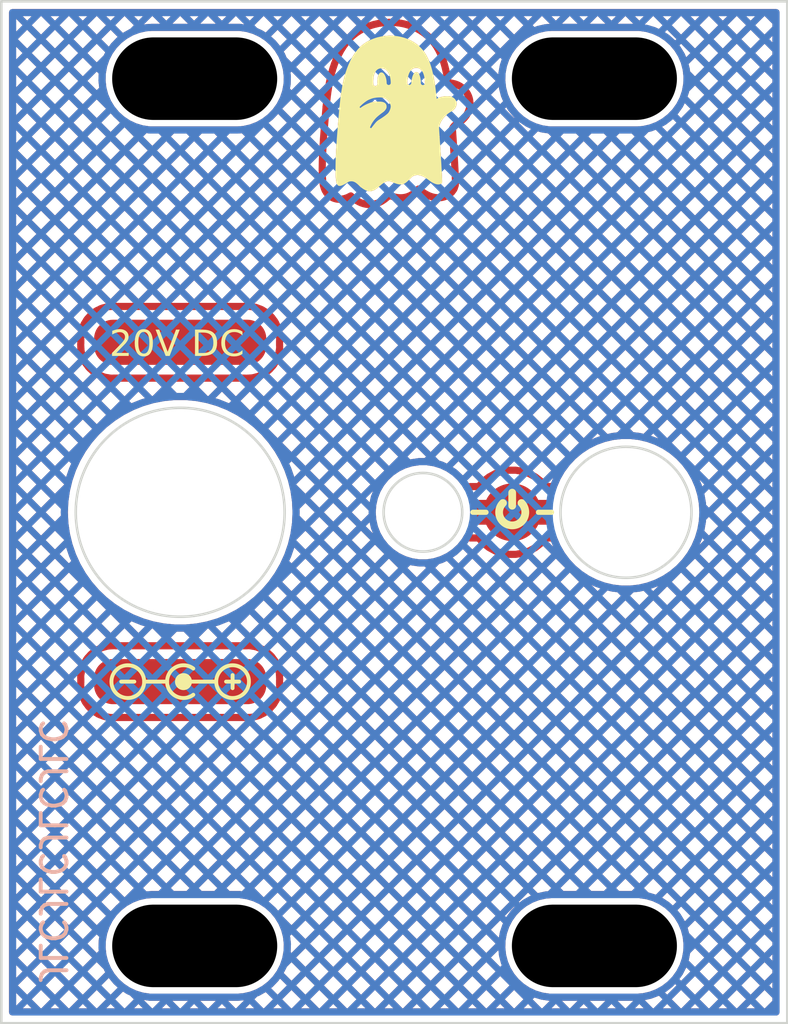
<source format=kicad_pcb>
(kicad_pcb (version 20221018) (generator pcbnew)
  (layers (0 "F.Cu" signal) (31 "B.Cu" signal) (34 "B.Paste" user) (35 "F.Paste" user) (36 "B.SilkS" user "B.Silkscreen") (37 "F.SilkS" user "F.Silkscreen") (38 "B.Mask" user) (39 "F.Mask" user) (44 "Edge.Cuts" user))
  (net 0 "")
  (footprint "Pale Slim Ghost:eurorack panel mounting slot" (layer "F.Cu") (at 157.999 48.376)
    (fp_text reference "H2" hide)
    (fp_text value "MountingHole" hide)
    (pad "" np_thru_hole oval (at 0 0) (size 6.4 3.2) (drill oval 6.4 3.2) (layers "*.Mask"))
  )
  (footprint "Pale Slim Ghost:eurorack panel mounting slot" (layer "F.Cu") (at 142.499 48.376)
    (fp_text reference "H1" hide)
    (fp_text value "MountingHole" hide)
    (pad "" np_thru_hole oval (at 0 0) (size 6.4 3.2) (drill oval 6.4 3.2) (layers "*.Mask"))
  )
  (footprint "Pale Slim Ghost:eurorack panel mounting slot" (layer "F.Cu") (at 142.5 82)
    (fp_text reference "H3" hide)
    (fp_text value "MountingHole" hide)
    (pad "" np_thru_hole oval (at 0 0) (size 6.4 3.2) (drill oval 6.4 3.2) (layers "*.Mask"))
  )
  (footprint "Pale Slim Ghost:eurorack panel mounting slot" (layer "F.Cu") (at 157.999 82)
    (fp_text reference "H4" hide)
    (fp_text value "MountingHole" hide)
    (pad "" np_thru_hole oval (at 0 0) (size 6.4 3.2) (drill oval 6.4 3.2) (layers "*.Mask"))
  )
  (gr_circle (center 154.812 65.188) (end 155.828 65.188) (stroke (width 0.2)) (fill solid) (layer "F.Cu"))
  (gr_poly (pts (xy 150.213749 46.751771) (xy 150.370003 46.770222) (xy 150.447297 46.784577) (xy 150.523803 46.802369) (xy 150.599347 46.823607) (xy 150.673753 46.848303) (xy 150.746848 46.876469) (xy 150.818457 46.908117) (xy 150.888405 46.943257) (xy 150.956518 46.981901) (xy 151.022621 47.02406) (xy 151.086539 47.069747) (xy 151.164341 47.133467) (xy 151.235616 47.201733) (xy 151.300727 47.2742) (xy 151.360037 47.350522) (xy 151.413907 47.430356) (xy 151.462701 47.513356) (xy 151.50678 47.599176) (xy 151.546507 47.687473) (xy 151.582245 47.777901) (xy 151.614356 47.870114) (xy 151.643202 47.963769) (xy 151.669146 48.05852) (xy 151.692549 48.154022) (xy 151.713776 48.24993) (xy 151.751146 48.441585) (xy 151.76662 48.531364) (xy 151.780562 48.621417) (xy 151.793191 48.711689) (xy 151.804724 48.802126) (xy 151.825374 48.983282) (xy 151.844253 49.164453) (xy 151.846143 49.182283) (xy 151.847804 49.196964) (xy 151.84925 49.208772) (xy 151.850498 49.217982) (xy 151.85156 49.22487) (xy 151.852453 49.229712) (xy 151.853191 49.232785) (xy 151.853506 49.233743) (xy 151.853788 49.234363) (xy 151.854039 49.234677) (xy 151.85426 49.234722) (xy 151.854453 49.234531) (xy 151.854621 49.234139) (xy 151.854885 49.232889) (xy 151.855069 49.231247) (xy 151.855286 49.226286) (xy 151.8623 49.220157) (xy 151.883584 49.204113) (xy 151.899691 49.193473) (xy 151.9195 49.181674) (xy 151.943058 49.169155) (xy 151.97041 49.156357) (xy 152.0016 49.143718) (xy 152.036674 49.13168) (xy 152.075678 49.12068) (xy 152.118656 49.11116) (xy 152.165654 49.103559) (xy 152.216717 49.098317) (xy 152.27189 49.095873) (xy 152.331219 49.096667) (xy 152.361148 49.098896) (xy 152.389506 49.102961) (xy 152.416276 49.108767) (xy 152.441443 49.116222) (xy 152.464993 49.12523) (xy 152.486909 49.135699) (xy 152.507177 49.147535) (xy 152.525782 49.160642) (xy 152.542708 49.174929) (xy 152.557939 49.1903) (xy 152.571462 49.206662) (xy 152.58326 49.223921) (xy 152.593318 49.241983) (xy 152.601621 49.260755) (xy 152.608154 49.280142) (xy 152.612902 49.30005) (xy 152.615848 49.320386) (xy 152.616979 49.341056) (xy 152.616279 49.361966) (xy 152.613733 49.383022) (xy 152.609325 49.404131) (xy 152.60304 49.425197) (xy 152.594863 49.446128) (xy 152.584778 49.46683) (xy 152.572771 49.487208) (xy 152.558827 49.50717) (xy 152.542929 49.52662) (xy 152.525063 49.545466) (xy 152.505214 49.563612) (xy 152.483366 49.580967) (xy 152.459504 49.597434) (xy 152.433612 49.612922) (xy 152.385752 49.641113) (xy 152.339629 49.671454) (xy 152.295342 49.703836) (xy 152.252991 49.73815) (xy 152.212678 49.774289) (xy 152.174502 49.812144) (xy 152.138563 49.851607) (xy 152.104963 49.892569) (xy 152.0738 49.934923) (xy 152.045177 49.97856) (xy 152.019192 50.023371) (xy 151.995946 50.069249) (xy 151.975539 50.116084) (xy 151.958073 50.16377) (xy 151.943646 50.212197) (xy 151.932359 50.261257) (xy 151.982962 51.015334) (xy 152.024881 51.698718) (xy 152.050801 52.197169) (xy 152.055475 52.341343) (xy 152.05534 52.380921) (xy 152.053406 52.396444) (xy 152.043095 52.405886) (xy 152.032162 52.413993) (xy 152.020651 52.420817) (xy 152.008606 52.426411) (xy 151.996069 52.430831) (xy 151.983085 52.434128) (xy 151.969695 52.436356) (xy 151.955945 52.437569) (xy 151.941876 52.437821) (xy 151.927533 52.437163) (xy 151.912958 52.435651) (xy 151.898196 52.433337) (xy 151.883288 52.430274) (xy 151.86828 52.426517) (xy 151.838131 52.417132) (xy 151.808097 52.405608) (xy 151.778525 52.392373) (xy 151.749759 52.377854) (xy 151.722148 52.362478) (xy 151.696038 52.346673) (xy 151.671775 52.330866) (xy 151.649707 52.315485) (xy 151.630179 52.300956) (xy 151.57072 52.255909) (xy 151.505117 52.209605) (xy 151.470217 52.187021) (xy 151.434028 52.16537) (xy 151.396632 52.145067) (xy 151.358111 52.126529) (xy 151.318547 52.110172) (xy 151.278023 52.09641) (xy 151.23662 52.085661) (xy 151.215615 52.081545) (xy 151.194421 52.078339) (xy 151.173049 52.076093) (xy 151.151508 52.07486) (xy 151.12981 52.074692) (xy 151.107964 52.075641) (xy 151.085981 52.077759) (xy 151.06387 52.081097) (xy 151.041643 52.085708) (xy 151.019309 52.091644) (xy 150.999199 52.098379) (xy 150.979847 52.106386) (xy 150.961196 52.115564) (xy 150.943188 52.125813) (xy 150.925765 52.137031) (xy 150.90887 52.149118) (xy 150.892443 52.161971) (xy 150.876429 52.175491) (xy 150.845404 52.204127) (xy 150.815332 52.234215) (xy 150.756201 52.295519) (xy 150.726216 52.325118) (xy 150.695335 52.352938) (xy 150.679414 52.365929) (xy 150.663096 52.378171) (xy 150.646323 52.389565) (xy 150.629037 52.400009) (xy 150.61118 52.409402) (xy 150.592695 52.417643) (xy 150.573524 52.424631) (xy 150.553608 52.430265) (xy 150.532891 52.434445) (xy 150.511314 52.437068) (xy 150.48882 52.438035) (xy 150.465351 52.437243) (xy 150.440427 52.434864) (xy 150.416381 52.431389) (xy 150.393152 52.426934) (xy 150.37068 52.421612) (xy 150.348905 52.415539) (xy 150.327765 52.408829) (xy 150.287153 52.393959) (xy 150.210901 52.361625) (xy 150.174295 52.345997) (xy 150.138058 52.331952) (xy 150.101706 52.320407) (xy 150.083337 52.315859) (xy 150.064757 52.31228) (xy 150.045908 52.309785) (xy 150.026727 52.308489) (xy 150.007156 52.308505) (xy 149.987132 52.30995) (xy 149.966597 52.312938) (xy 149.94549 52.317583) (xy 149.92375 52.324) (xy 149.901316 52.332304) (xy 149.87813 52.342609) (xy 149.854128 52.35503) (xy 149.829253 52.369683) (xy 149.803443 52.386681) (xy 149.756736 52.420766) (xy 149.712093 52.456153) (xy 149.627327 52.527539) (xy 149.586368 52.56189) (xy 149.545802 52.594249) (xy 149.505209 52.62379) (xy 149.464174 52.64969) (xy 149.443359 52.661017) (xy 149.422277 52.671125) (xy 149.400875 52.679911) (xy 149.379101 52.687272) (xy 149.356903 52.693104) (xy 149.334228 52.697306) (xy 149.311024 52.699773) (xy 149.28724 52.700403) (xy 149.262822 52.699093) (xy 149.237719 52.69574) (xy 149.211878 52.690241) (xy 149.185247 52.682493) (xy 149.157774 52.672392) (xy 149.129406 52.659837) (xy 149.100092 52.644723) (xy 149.069779 52.626949) (xy 149.050435 52.614458) (xy 149.031658 52.601411) (xy 148.995607 52.573958) (xy 148.961219 52.545193) (xy 148.92809 52.515722) (xy 148.863989 52.457081) (xy 148.832207 52.429121) (xy 148.800063 52.402874) (xy 148.767153 52.378944) (xy 148.750284 52.368038) (xy 148.733071 52.357938) (xy 148.715465 52.34872) (xy 148.697413 52.340459) (xy 148.678866 52.333231) (xy 148.659773 52.327113) (xy 148.640083 52.322178) (xy 148.619746 52.318504) (xy 148.598711 52.316165) (xy 148.576927 52.315237) (xy 148.554344 52.315796) (xy 148.530911 52.317918) (xy 148.506578 52.321677) (xy 148.481293 52.32715) (xy 148.47332 52.329561) (xy 148.464342 52.333056) (xy 148.443648 52.342918) (xy 148.419754 52.355974) (xy 148.393207 52.371466) (xy 148.334327 52.406719) (xy 148.303085 52.424961) (xy 148.271366 52.442601) (xy 148.239717 52.458879) (xy 148.20868 52.473035) (xy 148.178802 52.484311) (xy 148.164468 52.488632) (xy 148.150627 52.491947) (xy 148.137348 52.494162) (xy 148.124699 52.495183) (xy 148.112748 52.494914) (xy 148.101563 52.49326) (xy 148.091212 52.490126) (xy 148.081763 52.485418) (xy 148.073285 52.47904) (xy 148.065845 52.470897) (xy 148.044964 52.42895) (xy 148.028219 52.364178) (xy 148.01543 52.277814) (xy 148.006417 52.171093) (xy 147.999 51.901519) (xy 148.004527 51.565328) (xy 148.021559 51.172397) (xy 148.048655 50.7326) (xy 148.127281 49.751907) (xy 148.152777 49.478984) (xy 148.837986 49.478984) (xy 148.922145 49.569142) (xy 148.932266 49.559012) (xy 148.944124 49.548264) (xy 148.957616 49.536983) (xy 148.972637 49.525253) (xy 148.989085 49.513156) (xy 149.006856 49.500777) (xy 149.045954 49.475507) (xy 149.089104 49.450113) (xy 149.135479 49.425263) (xy 149.159617 49.413251) (xy 149.184251 49.401627) (xy 149.209278 49.390474) (xy 149.234595 49.379876) (xy 149.321131 49.344959) (xy 149.340136 49.338098) (xy 149.359101 49.331942) (xy 149.378535 49.326472) (xy 149.398942 49.321665) (xy 149.420831 49.317502) (xy 149.444707 49.313961) (xy 149.471077 49.311022) (xy 149.500448 49.308664) (xy 149.533325 49.306866) (xy 149.570217 49.305607) (xy 149.658067 49.304626) (xy 149.681814 49.305003) (xy 149.703971 49.306109) (xy 149.724592 49.307904) (xy 149.743733 49.310346) (xy 149.761448 49.313397) (xy 149.777792 49.317015) (xy 149.792821 49.321162) (xy 149.806588 49.325796) (xy 149.819148 49.330878) (xy 149.830558 49.336367) (xy 149.84087 49.342223) (xy 149.850141 49.348406) (xy 149.858425 49.354877) (xy 149.865777 49.361594) (xy 149.872252 49.368519) (xy 149.877904 49.37561) (xy 149.882789 49.382827) (xy 149.886961 49.390131) (xy 149.890476 49.397481) (xy 149.893387 49.404837) (xy 149.89575 49.412159) (xy 149.89762 49.419407) (xy 149.899052 49.426541) (xy 149.9001 49.433521) (xy 149.901265 49.446856) (xy 149.901554 49.459092) (xy 149.901258 49.478984) (xy 149.901077 49.483141) (xy 149.900544 49.487506) (xy 149.899671 49.492063) (xy 149.898471 49.496798) (xy 149.895141 49.506745) (xy 149.890657 49.51723) (xy 149.885121 49.528135) (xy 149.878637 49.539344) (xy 149.871307 49.550742) (xy 149.863234 49.56221) (xy 149.854519 49.573633) (xy 149.845267 49.584894) (xy 149.835579 49.595876) (xy 149.825559 49.606462) (xy 149.815308 49.616536) (xy 149.80493 49.625982) (xy 149.794528 49.634683) (xy 149.784203 49.642521) (xy 149.745149 49.670514) (xy 149.725445 49.684869) (xy 149.704162 49.700769) (xy 149.680205 49.719196) (xy 149.65248 49.741129) (xy 149.619891 49.767548) (xy 149.581344 49.799434) (xy 149.560962 49.816896) (xy 149.541675 49.83431) (xy 149.523437 49.851638) (xy 149.506201 49.868845) (xy 149.48992 49.885892) (xy 149.474548 49.902743) (xy 149.460038 49.919361) (xy 149.446344 49.935708) (xy 149.433418 49.951747) (xy 149.421214 49.967441) (xy 149.398786 49.997646) (xy 149.378685 50.026026) (xy 149.360538 50.052284) (xy 149.34864 50.070564) (xy 149.336007 50.091942) (xy 149.322636 50.116417) (xy 149.30853 50.143989) (xy 149.293687 50.174659) (xy 149.278108 50.208426) (xy 149.261793 50.24529) (xy 149.244742 50.285252) (xy 149.349469 50.3522) (xy 149.41814 50.264524) (xy 149.489432 50.174188) (xy 149.515048 50.142201) (xy 149.538238 50.114392) (xy 149.549295 50.101776) (xy 149.560191 50.08987) (xy 149.571076 50.078563) (xy 149.582098 50.067743) (xy 149.593405 50.0573) (xy 149.605148 50.04712) (xy 149.617473 50.037094) (xy 149.63053 50.027109) (xy 149.644468 50.017055) (xy 149.659436 50.006819) (xy 149.675582 49.99629) (xy 149.693054 49.985357) (xy 149.730531 49.961951) (xy 149.769748 49.936641) (xy 149.810002 49.909754) (xy 149.85059 49.881613) (xy 149.890807 49.852546) (xy 149.929949 49.822877) (xy 149.967313 49.792932) (xy 150.002196 49.763037) (xy 150.010431 49.755373) (xy 150.018434 49.747284) (xy 150.033732 49.729946) (xy 150.048074 49.711261) (xy 150.061447 49.691467) (xy 150.073835 49.670803) (xy 150.085224 49.649506) (xy 150.095599 49.627816) (xy 150.104944 49.60597) (xy 150.113245 49.584207) (xy 150.120488 49.562764) (xy 150.126657 49.541881) (xy 150.131737 49.521795) (xy 150.135714 49.502745) (xy 150.138574 49.484969) (xy 150.1403 49.468705) (xy 150.140879 49.454192) (xy 150.140315 49.439866) (xy 150.138595 49.424118) (xy 150.135682 49.407117) (xy 150.131534 49.389032) (xy 150.126112 49.370031) (xy 150.119378 49.350283) (xy 150.11129 49.329957) (xy 150.101811 49.309221) (xy 150.0909 49.288243) (xy 150.078517 49.267193) (xy 150.064624 49.246239) (xy 150.04918 49.22555) (xy 150.032146 49.205294) (xy 150.013482 49.18564) (xy 149.99315 49.166757) (xy 149.982345 49.157657) (xy 149.971109 49.148813) (xy 149.952818 49.135803) (xy 149.934109 49.124159) (xy 149.915097 49.113809) (xy 149.895897 49.10468) (xy 149.876626 49.096699) (xy 149.857399 49.089794) (xy 149.838332 49.083892) (xy 149.819542 49.078919) (xy 149.801143 49.074805) (xy 149.783252 49.071474) (xy 149.765985 49.068856) (xy 149.749456 49.066877) (xy 149.733784 49.065464) (xy 149.719082 49.064545) (xy 149.693054 49.063897) (xy 149.650278 49.064405) (xy 149.610339 49.06589) (xy 149.573034 49.068298) (xy 149.538158 49.071572) (xy 149.505507 49.075657) (xy 149.474874 49.080498) (xy 149.446057 49.086038) (xy 149.418849 49.092223) (xy 149.393047 49.098996) (xy 149.368446 49.106302) (xy 149.344841 49.114086) (xy 149.322028 49.122291) (xy 149.277957 49.139744) (xy 149.234595 49.158217) (xy 149.211931 49.168896) (xy 149.187679 49.181941) (xy 149.162118 49.197112) (xy 149.135528 49.214169) (xy 149.108188 49.232874) (xy 149.080379 49.252988) (xy 149.05238 49.274271) (xy 149.02447 49.296485) (xy 148.99693 49.319389) (xy 148.970039 49.342746) (xy 148.944077 49.366315) (xy 148.919323 49.389858) (xy 148.896057 49.413136) (xy 148.874559 49.435909) (xy 148.855109 49.457938) (xy 148.837986 49.478984) (xy 148.152777 49.478984) (xy 148.15616 49.442768) (xy 148.192105 49.121419) (xy 148.214219 48.958195) (xy 148.23989 48.794352) (xy 148.269713 48.630702) (xy 148.297474 48.500108) (xy 149.384556 48.500108) (xy 149.385627 48.544616) (xy 149.388005 48.589097) (xy 149.388573 48.5952) (xy 149.389439 48.601202) (xy 149.390596 48.607096) (xy 149.392036 48.612875) (xy 149.393751 48.618533) (xy 149.395732 48.624061) (xy 149.397973 48.629455) (xy 149.400464 48.634706) (xy 149.403199 48.639807) (xy 149.406168 48.644752) (xy 149.409365 48.649533) (xy 149.41278 48.654144) (xy 149.416407 48.658578) (xy 149.420236 48.662827) (xy 149.424261 48.666885) (xy 149.428473 48.670745) (xy 149.432865 48.6744) (xy 149.437427 48.677842) (xy 149.442153 48.681065) (xy 149.447034 48.684063) (xy 149.452063 48.686827) (xy 149.457231 48.689351) (xy 149.46253 48.691628) (xy 149.467953 48.693652) (xy 149.473491 48.695414) (xy 149.479137 48.696909) (xy 149.484882 48.698129) (xy 149.490719 48.699067) (xy 149.496639 48.699716) (xy 149.502635 48.70007) (xy 149.508699 48.700121) (xy 149.514823 48.699863) (xy 149.520925 48.699295) (xy 149.526927 48.698429) (xy 149.532821 48.697272) (xy 149.5386 48.695832) (xy 149.544258 48.694117) (xy 149.549787 48.692136) (xy 149.55518 48.689895) (xy 149.560431 48.687404) (xy 149.565532 48.684669) (xy 149.570477 48.6817) (xy 149.575258 48.678503) (xy 149.579869 48.675088) (xy 149.584303 48.671461) (xy 149.588552 48.667631) (xy 149.59261 48.663607) (xy 149.59647 48.659394) (xy 149.600125 48.655003) (xy 149.603567 48.650441) (xy 149.606791 48.645715) (xy 149.609788 48.640834) (xy 149.612552 48.635805) (xy 149.615076 48.630637) (xy 149.617354 48.625338) (xy 149.619377 48.619915) (xy 149.62114 48.614377) (xy 149.622634 48.608731) (xy 149.623854 48.602986) (xy 149.624792 48.597149) (xy 149.625442 48.591229) (xy 149.625796 48.585233) (xy 149.625847 48.579169) (xy 149.625588 48.573045) (xy 149.623466 48.532445) (xy 149.622651 48.493153) (xy 149.623116 48.455335) (xy 149.624838 48.419157) (xy 149.627791 48.384785) (xy 149.629721 48.368329) (xy 149.63195 48.352387) (xy 149.634474 48.33698) (xy 149.63729 48.322128) (xy 149.640395 48.307852) (xy 149.643785 48.294174) (xy 149.647458 48.281114) (xy 149.651411 48.268692) (xy 149.65564 48.25693) (xy 149.660143 48.245849) (xy 149.664915 48.235468) (xy 149.669955 48.22581) (xy 149.675258 48.216894) (xy 149.680822 48.208741) (xy 149.686643 48.201373) (xy 149.692719 48.19481) (xy 149.699046 48.189073) (xy 149.705622 48.184182) (xy 149.712442 48.180159) (xy 149.719504 48.177023) (xy 149.726805 48.174797) (xy 149.734341 48.173501) (xy 149.742233 48.173216) (xy 149.750113 48.174038) (xy 149.757964 48.175932) (xy 149.765772 48.178865) (xy 149.773521 48.1828) (xy 149.781195 48.187703) (xy 149.788779 48.193539) (xy 149.796256 48.200274) (xy 149.81083 48.2163) (xy 149.824792 48.235503) (xy 149.838018 48.257604) (xy 149.850382 48.282324) (xy 149.861759 48.309386) (xy 149.872025 48.338511) (xy 149.881054 48.369421) (xy 149.888722 48.401837) (xy 149.894904 48.435481) (xy 149.899474 48.470075) (xy 149.902307 48.505341) (xy 149.903279 48.540999) (xy 149.903434 48.547126) (xy 149.903894 48.553172) (xy 149.904651 48.559131) (xy 149.905698 48.564994) (xy 149.907028 48.570755) (xy 149.908632 48.576405) (xy 149.910504 48.581937) (xy 149.912636 48.587343) (xy 149.91502 48.592617) (xy 149.91765 48.597751) (xy 149.920517 48.602737) (xy 149.923613 48.607568) (xy 149.926933 48.612236) (xy 149.930468 48.616734) (xy 149.93421 48.621054) (xy 149.938152 48.625189) (xy 149.942287 48.629131) (xy 149.946607 48.632873) (xy 149.951105 48.636408) (xy 149.955773 48.639727) (xy 149.960604 48.642824) (xy 149.96559 48.645691) (xy 149.970723 48.648321) (xy 149.975997 48.650705) (xy 149.981404 48.652837) (xy 149.986936 48.654709) (xy 149.992586 48.656313) (xy 149.998347 48.657643) (xy 150.00421 48.65869) (xy 150.010168 48.659447) (xy 150.016215 48.659907) (xy 150.022342 48.660061) (xy 150.028469 48.659907) (xy 150.034515 48.659447) (xy 150.040474 48.65869) (xy 150.046337 48.657643) (xy 150.052098 48.656313) (xy 150.057747 48.654709) (xy 150.06328 48.652837) (xy 150.068686 48.650705) (xy 150.07396 48.648321) (xy 150.079094 48.645691) (xy 150.08408 48.642824) (xy 150.088911 48.639727) (xy 150.093579 48.636408) (xy 150.098077 48.632873) (xy 150.102397 48.629131) (xy 150.106532 48.625189) (xy 150.110474 48.621054) (xy 150.114216 48.616734) (xy 150.117751 48.612236) (xy 150.121071 48.607568) (xy 150.124167 48.602737) (xy 150.127034 48.597751) (xy 150.129664 48.592617) (xy 150.132048 48.587343) (xy 150.13418 48.581937) (xy 150.136052 48.576405) (xy 150.137656 48.570755) (xy 150.138986 48.564994) (xy 150.140033 48.559131) (xy 150.14079 48.553172) (xy 150.14125 48.547126) (xy 150.141405 48.540999) (xy 150.14132 48.538063) (xy 150.701813 48.538063) (xy 150.701931 48.544126) (xy 150.702351 48.550117) (xy 150.703067 48.55603) (xy 150.704069 48.561856) (xy 150.705353 48.567588) (xy 150.70691 48.573217) (xy 150.708734 48.578735) (xy 150.710817 48.584135) (xy 150.713153 48.589409) (xy 150.715735 48.594548) (xy 150.718554 48.599546) (xy 150.721606 48.604393) (xy 150.724881 48.609083) (xy 150.728374 48.613607) (xy 150.732077 48.617958) (xy 150.735983 48.622127) (xy 150.740086 48.626107) (xy 150.744377 48.629889) (xy 150.748851 48.633466) (xy 150.753499 48.63683) (xy 150.758316 48.639974) (xy 150.763293 48.642888) (xy 150.768425 48.645566) (xy 150.773703 48.647999) (xy 150.779121 48.650179) (xy 150.784671 48.6521) (xy 150.790348 48.653751) (xy 150.796142 48.655127) (xy 150.802049 48.656219) (xy 150.80806 48.657019) (xy 150.814168 48.657518) (xy 150.820294 48.657709) (xy 150.826357 48.657591) (xy 150.832349 48.65717) (xy 150.838262 48.656455) (xy 150.844088 48.655452) (xy 150.849819 48.654169) (xy 150.855448 48.652612) (xy 150.860967 48.650788) (xy 150.866366 48.648704) (xy 150.87164 48.646368) (xy 150.87678 48.643787) (xy 150.881777 48.640967) (xy 150.886625 48.637916) (xy 150.891315 48.63464) (xy 150.895839 48.631148) (xy 150.900189 48.627444) (xy 150.904358 48.623538) (xy 150.908338 48.619436) (xy 150.91212 48.615144) (xy 150.915698 48.610671) (xy 150.919062 48.606022) (xy 150.922205 48.601206) (xy 150.92512 48.596228) (xy 150.927797 48.591097) (xy 150.93023 48.585819) (xy 150.932411 48.580401) (xy 150.934331 48.57485) (xy 150.935983 48.569174) (xy 150.937359 48.563379) (xy 150.93845 48.557473) (xy 150.93925 48.551462) (xy 150.93975 48.545353) (xy 150.941105 48.524413) (xy 150.94278 48.503841) (xy 150.944768 48.483658) (xy 150.947061 48.463883) (xy 150.94965 48.444537) (xy 150.952528 48.425639) (xy 150.955687 48.407209) (xy 150.959118 48.389268) (xy 150.962813 48.371835) (xy 150.966766 48.354931) (xy 150.970966 48.338575) (xy 150.975407 48.322787) (xy 150.980081 48.307587) (xy 150.984979 48.292996) (xy 150.990094 48.279033) (xy 150.995417 48.265718) (xy 151.00094 48.253072) (xy 151.006656 48.241114) (xy 151.012556 48.229864) (xy 151.018633 48.219342) (xy 151.024877 48.209568) (xy 151.031282 48.200563) (xy 151.03784 48.192345) (xy 151.044542 48.184936) (xy 151.051379 48.178355) (xy 151.058346 48.172621) (xy 151.065432 48.167756) (xy 151.072631 48.163779) (xy 151.079933 48.16071) (xy 151.087332 48.158569) (xy 151.094819 48.157376) (xy 151.102386 48.157151) (xy 151.108826 48.157992) (xy 151.115221 48.16003) (xy 151.121557 48.163219) (xy 151.127825 48.16751) (xy 151.134013 48.172854) (xy 151.140108 48.179205) (xy 151.151977 48.194734) (xy 151.16334 48.213713) (xy 151.174104 48.235757) (xy 151.184177 48.260483) (xy 151.193467 48.287507) (xy 151.201882 48.316446) (xy 151.20933 48.346916) (xy 151.215718 48.378534) (xy 151.220954 48.410915) (xy 151.224945 48.443677) (xy 151.227601 48.476435) (xy 151.228827 48.508806) (xy 151.228533 48.540406) (xy 151.228474 48.546535) (xy 151.228722 48.552594) (xy 151.229271 48.558575) (xy 151.230113 48.564471) (xy 151.231241 48.570275) (xy 151.232647 48.575977) (xy 151.234324 48.581571) (xy 151.236266 48.587049) (xy 151.238465 48.592403) (xy 151.240914 48.597626) (xy 151.243605 48.602709) (xy 151.246531 48.607644) (xy 151.249686 48.612425) (xy 151.253061 48.617044) (xy 151.25665 48.621492) (xy 151.260446 48.625762) (xy 151.264441 48.629846) (xy 151.268628 48.633737) (xy 151.272999 48.637426) (xy 151.277549 48.640907) (xy 151.282269 48.64417) (xy 151.287151 48.647209) (xy 151.29219 48.650016) (xy 151.297378 48.652583) (xy 151.302707 48.654903) (xy 151.30817 48.656966) (xy 151.313761 48.658767) (xy 151.319471 48.660297) (xy 151.325294 48.661548) (xy 151.331223 48.662512) (xy 151.33725 48.663183) (xy 151.343367 48.663551) (xy 151.349496 48.663611) (xy 151.355555 48.663362) (xy 151.361536 48.662813) (xy 151.367433 48.661971) (xy 151.373236 48.660844) (xy 151.378938 48.659438) (xy 151.384532 48.65776) (xy 151.39001 48.655818) (xy 151.395364 48.653619) (xy 151.400587 48.651171) (xy 151.40567 48.64848) (xy 151.410606 48.645553) (xy 151.415387 48.642399) (xy 151.420005 48.639023) (xy 151.424453 48.635434) (xy 151.428723 48.631638) (xy 151.432808 48.627644) (xy 151.436698 48.623457) (xy 151.440388 48.619085) (xy 151.443868 48.614536) (xy 151.447132 48.609816) (xy 151.450171 48.604933) (xy 151.452978 48.599894) (xy 151.455545 48.594707) (xy 151.457864 48.589377) (xy 151.459928 48.583914) (xy 151.461728 48.578324) (xy 151.463258 48.572613) (xy 151.464509 48.56679) (xy 151.465474 48.560861) (xy 151.466144 48.554835) (xy 151.466513 48.548717) (xy 151.466805 48.515393) (xy 151.465497 48.47841) (xy 151.462585 48.438611) (xy 151.458066 48.396837) (xy 151.451934 48.353929) (xy 151.444186 48.31073) (xy 151.434817 48.26808) (xy 151.429524 48.247225) (xy 151.423824 48.226823) (xy 151.413366 48.193685) (xy 151.401816 48.162012) (xy 151.389149 48.131889) (xy 151.375336 48.103399) (xy 151.360353 48.076624) (xy 151.344172 48.051649) (xy 151.335624 48.039862) (xy 151.326767 48.028556) (xy 151.317598 48.017742) (xy 151.308112 48.007429) (xy 151.298308 47.997629) (xy 151.288181 47.988351) (xy 151.277728 47.979606) (xy 151.266946 47.971405) (xy 151.255832 47.963758) (xy 151.244383 47.956675) (xy 151.232594 47.950166) (xy 151.220463 47.944243) (xy 151.207986 47.938916) (xy 151.195161 47.934194) (xy 151.181983 47.930089) (xy 151.16845 47.92661) (xy 151.154558 47.923768) (xy 151.140304 47.921575) (xy 151.125685 47.920039) (xy 151.110697 47.919171) (xy 151.085301 47.919087) (xy 151.060848 47.920617) (xy 151.037324 47.923724) (xy 151.014717 47.92837) (xy 150.993014 47.934518) (xy 150.972201 47.94213) (xy 150.952267 47.95117) (xy 150.933199 47.9616) (xy 150.914983 47.973383) (xy 150.897608 47.986482) (xy 150.881059 48.000858) (xy 150.865325 48.016475) (xy 150.850393 48.033296) (xy 150.836249 48.051283) (xy 150.810278 48.090607) (xy 150.787309 48.134148) (xy 150.76724 48.181607) (xy 150.749969 48.232686) (xy 150.735393 48.287087) (xy 150.723411 48.344511) (xy 150.71392 48.40466) (xy 150.706818 48.467235) (xy 150.702003 48.531937) (xy 150.701813 48.538063) (xy 150.14132 48.538063) (xy 150.139703 48.481699) (xy 150.1346 48.422866) (xy 150.130776 48.393787) (xy 150.126103 48.365017) (xy 150.120582 48.336622) (xy 150.114214 48.308666) (xy 150.107 48.281213) (xy 150.098939 48.254328) (xy 150.090034 48.228074) (xy 150.080284 48.202517) (xy 150.06969 48.177721) (xy 150.058252 48.15375) (xy 150.045971 48.130668) (xy 150.032849 48.10854) (xy 150.018884 48.087431) (xy 150.004079 48.067404) (xy 149.988433 48.048524) (xy 149.971947 48.030855) (xy 149.954622 48.014462) (xy 149.936459 47.999409) (xy 149.917457 47.985761) (xy 149.897618 47.973581) (xy 149.876943 47.962934) (xy 149.855431 47.953886) (xy 149.833083 47.946499) (xy 149.809901 47.940838) (xy 149.785884 47.936968) (xy 149.761033 47.934953) (xy 149.735349 47.934858) (xy 149.708833 47.936746) (xy 149.693976 47.938661) (xy 149.6795 47.941159) (xy 149.665401 47.94423) (xy 149.651678 47.947865) (xy 149.638329 47.952057) (xy 149.625351 47.956796) (xy 149.612742 47.962073) (xy 149.6005 47.967881) (xy 149.588622 47.974209) (xy 149.577107 47.98105) (xy 149.565952 47.988394) (xy 149.555156 47.996234) (xy 149.544715 48.004559) (xy 149.534628 48.013362) (xy 149.515506 48.032366) (xy 149.497772 48.053175) (xy 149.481408 48.075719) (xy 149.466398 48.099929) (xy 149.452723 48.125735) (xy 149.440366 48.153067) (xy 149.429309 48.181855) (xy 149.419535 48.212029) (xy 149.411026 48.24352) (xy 149.406377 48.263632) (xy 149.402213 48.284057) (xy 149.398522 48.30477) (xy 149.395291 48.325747) (xy 149.390161 48.368394) (xy 149.386726 48.411801) (xy 149.38489 48.455771) (xy 149.384556 48.500108) (xy 148.297474 48.500108) (xy 148.304287 48.468057) (xy 148.344207 48.307227) (xy 148.390071 48.149024) (xy 148.442475 47.99426) (xy 148.502015 47.843745) (xy 148.569289 47.698291) (xy 148.644893 47.55871) (xy 148.729424 47.425813) (xy 148.823479 47.300411) (xy 148.873946 47.242081) (xy 148.927465 47.186934) (xy 148.983862 47.134983) (xy 149.042962 47.086239) (xy 149.10459 47.040713) (xy 149.168573 46.998416) (xy 149.234734 46.95936) (xy 149.302901 46.923557) (xy 149.372899 46.891017) (xy 149.444552 46.861753) (xy 149.517686 46.835776) (xy 149.592127 46.813097) (xy 149.744231 46.777679) (xy 149.899466 46.755591) (xy 150.056438 46.746924)) (stroke (width 0.079374)) (fill solid) (layer "F.Cu"))
  (gr_rect (start 139.333962 71.6142) (end 144.540962 71.8936) (stroke (width 1.47)) (fill solid) (layer "F.Cu"))
  (gr_rect (start 153.282191 64.807) (end 156.270517 65.569) (stroke (width 0.2)) (fill solid) (layer "F.Cu"))
  (gr_rect (start 139.333962 58.457) (end 144.540962 58.7364) (stroke (width 1.47)) (fill solid) (layer "F.Cu"))
  (gr_line (start 143.334462 71.7539) (end 142.331867 71.7539) (stroke (width 0.15)) (layer "F.SilkS"))
  (gr_line (start 143.715462 71.7539) (end 144.223462 71.7539) (stroke (width 0.15)) (layer "F.SilkS"))
  (gr_line (start 153.289 65.188) (end 153.797 65.188) (stroke (width 0.2)) (layer "F.SilkS"))
  (gr_circle (center 139.905462 71.7539) (end 139.905462 71.1189) (stroke (width 0.15)) (fill none) (layer "F.SilkS"))
  (gr_poly (pts (xy 150.213749 46.751771) (xy 150.370003 46.770222) (xy 150.447297 46.784577) (xy 150.523803 46.802369) (xy 150.599347 46.823607) (xy 150.673753 46.848303) (xy 150.746848 46.876469) (xy 150.818457 46.908117) (xy 150.888405 46.943257) (xy 150.956518 46.981901) (xy 151.022621 47.02406) (xy 151.086539 47.069747) (xy 151.164341 47.133467) (xy 151.235616 47.201733) (xy 151.300727 47.2742) (xy 151.360037 47.350522) (xy 151.413907 47.430356) (xy 151.462701 47.513356) (xy 151.50678 47.599176) (xy 151.546507 47.687473) (xy 151.582245 47.777901) (xy 151.614356 47.870114) (xy 151.643202 47.963769) (xy 151.669146 48.05852) (xy 151.692549 48.154022) (xy 151.713776 48.24993) (xy 151.751146 48.441585) (xy 151.76662 48.531364) (xy 151.780562 48.621417) (xy 151.793191 48.711689) (xy 151.804724 48.802126) (xy 151.825374 48.983282) (xy 151.844253 49.164453) (xy 151.846143 49.182283) (xy 151.847804 49.196964) (xy 151.84925 49.208772) (xy 151.850498 49.217982) (xy 151.85156 49.22487) (xy 151.852453 49.229712) (xy 151.853191 49.232785) (xy 151.853506 49.233743) (xy 151.853788 49.234363) (xy 151.854039 49.234677) (xy 151.85426 49.234722) (xy 151.854453 49.234531) (xy 151.854621 49.234139) (xy 151.854885 49.232889) (xy 151.855069 49.231247) (xy 151.855286 49.226286) (xy 151.8623 49.220157) (xy 151.883584 49.204113) (xy 151.899691 49.193473) (xy 151.9195 49.181674) (xy 151.943058 49.169155) (xy 151.97041 49.156357) (xy 152.0016 49.143718) (xy 152.036674 49.13168) (xy 152.075678 49.12068) (xy 152.118656 49.11116) (xy 152.165654 49.103559) (xy 152.216717 49.098317) (xy 152.27189 49.095873) (xy 152.331219 49.096667) (xy 152.361148 49.098896) (xy 152.389506 49.102961) (xy 152.416276 49.108767) (xy 152.441443 49.116222) (xy 152.464993 49.12523) (xy 152.486909 49.135699) (xy 152.507177 49.147535) (xy 152.525782 49.160642) (xy 152.542708 49.174929) (xy 152.557939 49.1903) (xy 152.571462 49.206662) (xy 152.58326 49.223921) (xy 152.593318 49.241983) (xy 152.601621 49.260755) (xy 152.608154 49.280142) (xy 152.612902 49.30005) (xy 152.615848 49.320386) (xy 152.616979 49.341056) (xy 152.616279 49.361966) (xy 152.613733 49.383022) (xy 152.609325 49.404131) (xy 152.60304 49.425197) (xy 152.594863 49.446128) (xy 152.584778 49.46683) (xy 152.572771 49.487208) (xy 152.558827 49.50717) (xy 152.542929 49.52662) (xy 152.525063 49.545466) (xy 152.505214 49.563612) (xy 152.483366 49.580967) (xy 152.459504 49.597434) (xy 152.433612 49.612922) (xy 152.385752 49.641113) (xy 152.339629 49.671454) (xy 152.295342 49.703836) (xy 152.252991 49.73815) (xy 152.212678 49.774289) (xy 152.174502 49.812144) (xy 152.138563 49.851607) (xy 152.104963 49.892569) (xy 152.0738 49.934923) (xy 152.045177 49.97856) (xy 152.019192 50.023371) (xy 151.995946 50.069249) (xy 151.975539 50.116084) (xy 151.958073 50.16377) (xy 151.943646 50.212197) (xy 151.932359 50.261257) (xy 151.982962 51.015334) (xy 152.024881 51.698718) (xy 152.050801 52.197169) (xy 152.055475 52.341343) (xy 152.05534 52.380921) (xy 152.053406 52.396444) (xy 152.043095 52.405886) (xy 152.032162 52.413993) (xy 152.020651 52.420817) (xy 152.008606 52.426411) (xy 151.996069 52.430831) (xy 151.983085 52.434128) (xy 151.969695 52.436356) (xy 151.955945 52.437569) (xy 151.941876 52.437821) (xy 151.927533 52.437163) (xy 151.912958 52.435651) (xy 151.898196 52.433337) (xy 151.883288 52.430274) (xy 151.86828 52.426517) (xy 151.838131 52.417132) (xy 151.808097 52.405608) (xy 151.778525 52.392373) (xy 151.749759 52.377854) (xy 151.722148 52.362478) (xy 151.696038 52.346673) (xy 151.671775 52.330866) (xy 151.649707 52.315485) (xy 151.630179 52.300956) (xy 151.57072 52.255909) (xy 151.505117 52.209605) (xy 151.470217 52.187021) (xy 151.434028 52.16537) (xy 151.396632 52.145067) (xy 151.358111 52.126529) (xy 151.318547 52.110172) (xy 151.278023 52.09641) (xy 151.23662 52.085661) (xy 151.215615 52.081545) (xy 151.194421 52.078339) (xy 151.173049 52.076093) (xy 151.151508 52.07486) (xy 151.12981 52.074692) (xy 151.107964 52.075641) (xy 151.085981 52.077759) (xy 151.06387 52.081097) (xy 151.041643 52.085708) (xy 151.019309 52.091644) (xy 150.999199 52.098379) (xy 150.979847 52.106386) (xy 150.961196 52.115564) (xy 150.943188 52.125813) (xy 150.925765 52.137031) (xy 150.90887 52.149118) (xy 150.892443 52.161971) (xy 150.876429 52.175491) (xy 150.845404 52.204127) (xy 150.815332 52.234215) (xy 150.756201 52.295519) (xy 150.726216 52.325118) (xy 150.695335 52.352938) (xy 150.679414 52.365929) (xy 150.663096 52.378171) (xy 150.646323 52.389565) (xy 150.629037 52.400009) (xy 150.61118 52.409402) (xy 150.592695 52.417643) (xy 150.573524 52.424631) (xy 150.553608 52.430265) (xy 150.532891 52.434445) (xy 150.511314 52.437068) (xy 150.48882 52.438035) (xy 150.465351 52.437243) (xy 150.440427 52.434864) (xy 150.416381 52.431389) (xy 150.393152 52.426934) (xy 150.37068 52.421612) (xy 150.348905 52.415539) (xy 150.327765 52.408829) (xy 150.287153 52.393959) (xy 150.210901 52.361625) (xy 150.174295 52.345997) (xy 150.138058 52.331952) (xy 150.101706 52.320407) (xy 150.083337 52.315859) (xy 150.064757 52.31228) (xy 150.045908 52.309785) (xy 150.026727 52.308489) (xy 150.007156 52.308505) (xy 149.987132 52.30995) (xy 149.966597 52.312938) (xy 149.94549 52.317583) (xy 149.92375 52.324) (xy 149.901316 52.332304) (xy 149.87813 52.342609) (xy 149.854128 52.35503) (xy 149.829253 52.369683) (xy 149.803443 52.386681) (xy 149.756736 52.420766) (xy 149.712093 52.456153) (xy 149.627327 52.527539) (xy 149.586368 52.56189) (xy 149.545802 52.594249) (xy 149.505209 52.62379) (xy 149.464174 52.64969) (xy 149.443359 52.661017) (xy 149.422277 52.671125) (xy 149.400875 52.679911) (xy 149.379101 52.687272) (xy 149.356903 52.693104) (xy 149.334228 52.697306) (xy 149.311024 52.699773) (xy 149.28724 52.700403) (xy 149.262822 52.699093) (xy 149.237719 52.69574) (xy 149.211878 52.690241) (xy 149.185247 52.682493) (xy 149.157774 52.672392) (xy 149.129406 52.659837) (xy 149.100092 52.644723) (xy 149.069779 52.626949) (xy 149.050435 52.614458) (xy 149.031658 52.601411) (xy 148.995607 52.573958) (xy 148.961219 52.545193) (xy 148.92809 52.515722) (xy 148.863989 52.457081) (xy 148.832207 52.429121) (xy 148.800063 52.402874) (xy 148.767153 52.378944) (xy 148.750284 52.368038) (xy 148.733071 52.357938) (xy 148.715465 52.34872) (xy 148.697413 52.340459) (xy 148.678866 52.333231) (xy 148.659773 52.327113) (xy 148.640083 52.322178) (xy 148.619746 52.318504) (xy 148.598711 52.316165) (xy 148.576927 52.315237) (xy 148.554344 52.315796) (xy 148.530911 52.317918) (xy 148.506578 52.321677) (xy 148.481293 52.32715) (xy 148.47332 52.329561) (xy 148.464342 52.333056) (xy 148.443648 52.342918) (xy 148.419754 52.355974) (xy 148.393207 52.371466) (xy 148.334327 52.406719) (xy 148.303085 52.424961) (xy 148.271366 52.442601) (xy 148.239717 52.458879) (xy 148.20868 52.473035) (xy 148.178802 52.484311) (xy 148.164468 52.488632) (xy 148.150627 52.491947) (xy 148.137348 52.494162) (xy 148.124699 52.495183) (xy 148.112748 52.494914) (xy 148.101563 52.49326) (xy 148.091212 52.490126) (xy 148.081763 52.485418) (xy 148.073285 52.47904) (xy 148.065845 52.470897) (xy 148.044964 52.42895) (xy 148.028219 52.364178) (xy 148.01543 52.277814) (xy 148.006417 52.171093) (xy 147.999 51.901519) (xy 148.004527 51.565328) (xy 148.021559 51.172397) (xy 148.048655 50.7326) (xy 148.127281 49.751907) (xy 148.152777 49.478984) (xy 148.837986 49.478984) (xy 148.922145 49.569142) (xy 148.932266 49.559012) (xy 148.944124 49.548264) (xy 148.957616 49.536983) (xy 148.972637 49.525253) (xy 148.989085 49.513156) (xy 149.006856 49.500777) (xy 149.045954 49.475507) (xy 149.089104 49.450113) (xy 149.135479 49.425263) (xy 149.159617 49.413251) (xy 149.184251 49.401627) (xy 149.209278 49.390474) (xy 149.234595 49.379876) (xy 149.321131 49.344959) (xy 149.340136 49.338098) (xy 149.359101 49.331942) (xy 149.378535 49.326472) (xy 149.398942 49.321665) (xy 149.420831 49.317502) (xy 149.444707 49.313961) (xy 149.471077 49.311022) (xy 149.500448 49.308664) (xy 149.533325 49.306866) (xy 149.570217 49.305607) (xy 149.658067 49.304626) (xy 149.681814 49.305003) (xy 149.703971 49.306109) (xy 149.724592 49.307904) (xy 149.743733 49.310346) (xy 149.761448 49.313397) (xy 149.777792 49.317015) (xy 149.792821 49.321162) (xy 149.806588 49.325796) (xy 149.819148 49.330878) (xy 149.830558 49.336367) (xy 149.84087 49.342223) (xy 149.850141 49.348406) (xy 149.858425 49.354877) (xy 149.865777 49.361594) (xy 149.872252 49.368519) (xy 149.877904 49.37561) (xy 149.882789 49.382827) (xy 149.886961 49.390131) (xy 149.890476 49.397481) (xy 149.893387 49.404837) (xy 149.89575 49.412159) (xy 149.89762 49.419407) (xy 149.899052 49.426541) (xy 149.9001 49.433521) (xy 149.901265 49.446856) (xy 149.901554 49.459092) (xy 149.901258 49.478984) (xy 149.901077 49.483141) (xy 149.900544 49.487506) (xy 149.899671 49.492063) (xy 149.898471 49.496798) (xy 149.895141 49.506745) (xy 149.890657 49.51723) (xy 149.885121 49.528135) (xy 149.878637 49.539344) (xy 149.871307 49.550742) (xy 149.863234 49.56221) (xy 149.854519 49.573633) (xy 149.845267 49.584894) (xy 149.835579 49.595876) (xy 149.825559 49.606462) (xy 149.815308 49.616536) (xy 149.80493 49.625982) (xy 149.794528 49.634683) (xy 149.784203 49.642521) (xy 149.745149 49.670514) (xy 149.725445 49.684869) (xy 149.704162 49.700769) (xy 149.680205 49.719196) (xy 149.65248 49.741129) (xy 149.619891 49.767548) (xy 149.581344 49.799434) (xy 149.560962 49.816896) (xy 149.541675 49.83431) (xy 149.523437 49.851638) (xy 149.506201 49.868845) (xy 149.48992 49.885892) (xy 149.474548 49.902743) (xy 149.460038 49.919361) (xy 149.446344 49.935708) (xy 149.433418 49.951747) (xy 149.421214 49.967441) (xy 149.398786 49.997646) (xy 149.378685 50.026026) (xy 149.360538 50.052284) (xy 149.34864 50.070564) (xy 149.336007 50.091942) (xy 149.322636 50.116417) (xy 149.30853 50.143989) (xy 149.293687 50.174659) (xy 149.278108 50.208426) (xy 149.261793 50.24529) (xy 149.244742 50.285252) (xy 149.349469 50.3522) (xy 149.41814 50.264524) (xy 149.489432 50.174188) (xy 149.515048 50.142201) (xy 149.538238 50.114392) (xy 149.549295 50.101776) (xy 149.560191 50.08987) (xy 149.571076 50.078563) (xy 149.582098 50.067743) (xy 149.593405 50.0573) (xy 149.605148 50.04712) (xy 149.617473 50.037094) (xy 149.63053 50.027109) (xy 149.644468 50.017055) (xy 149.659436 50.006819) (xy 149.675582 49.99629) (xy 149.693054 49.985357) (xy 149.730531 49.961951) (xy 149.769748 49.936641) (xy 149.810002 49.909754) (xy 149.85059 49.881613) (xy 149.890807 49.852546) (xy 149.929949 49.822877) (xy 149.967313 49.792932) (xy 150.002196 49.763037) (xy 150.010431 49.755373) (xy 150.018434 49.747284) (xy 150.033732 49.729946) (xy 150.048074 49.711261) (xy 150.061447 49.691467) (xy 150.073835 49.670803) (xy 150.085224 49.649506) (xy 150.095599 49.627816) (xy 150.104944 49.60597) (xy 150.113245 49.584207) (xy 150.120488 49.562764) (xy 150.126657 49.541881) (xy 150.131737 49.521795) (xy 150.135714 49.502745) (xy 150.138574 49.484969) (xy 150.1403 49.468705) (xy 150.140879 49.454192) (xy 150.140315 49.439866) (xy 150.138595 49.424118) (xy 150.135682 49.407117) (xy 150.131534 49.389032) (xy 150.126112 49.370031) (xy 150.119378 49.350283) (xy 150.11129 49.329957) (xy 150.101811 49.309221) (xy 150.0909 49.288243) (xy 150.078517 49.267193) (xy 150.064624 49.246239) (xy 150.04918 49.22555) (xy 150.032146 49.205294) (xy 150.013482 49.18564) (xy 149.99315 49.166757) (xy 149.982345 49.157657) (xy 149.971109 49.148813) (xy 149.952818 49.135803) (xy 149.934109 49.124159) (xy 149.915097 49.113809) (xy 149.895897 49.10468) (xy 149.876626 49.096699) (xy 149.857399 49.089794) (xy 149.838332 49.083892) (xy 149.819542 49.078919) (xy 149.801143 49.074805) (xy 149.783252 49.071474) (xy 149.765985 49.068856) (xy 149.749456 49.066877) (xy 149.733784 49.065464) (xy 149.719082 49.064545) (xy 149.693054 49.063897) (xy 149.650278 49.064405) (xy 149.610339 49.06589) (xy 149.573034 49.068298) (xy 149.538158 49.071572) (xy 149.505507 49.075657) (xy 149.474874 49.080498) (xy 149.446057 49.086038) (xy 149.418849 49.092223) (xy 149.393047 49.098996) (xy 149.368446 49.106302) (xy 149.344841 49.114086) (xy 149.322028 49.122291) (xy 149.277957 49.139744) (xy 149.234595 49.158217) (xy 149.211931 49.168896) (xy 149.187679 49.181941) (xy 149.162118 49.197112) (xy 149.135528 49.214169) (xy 149.108188 49.232874) (xy 149.080379 49.252988) (xy 149.05238 49.274271) (xy 149.02447 49.296485) (xy 148.99693 49.319389) (xy 148.970039 49.342746) (xy 148.944077 49.366315) (xy 148.919323 49.389858) (xy 148.896057 49.413136) (xy 148.874559 49.435909) (xy 148.855109 49.457938) (xy 148.837986 49.478984) (xy 148.152777 49.478984) (xy 148.15616 49.442768) (xy 148.192105 49.121419) (xy 148.214219 48.958195) (xy 148.23989 48.794352) (xy 148.269713 48.630702) (xy 148.297474 48.500108) (xy 149.384556 48.500108) (xy 149.385627 48.544616) (xy 149.388005 48.589097) (xy 149.388573 48.5952) (xy 149.389439 48.601202) (xy 149.390596 48.607096) (xy 149.392036 48.612875) (xy 149.393751 48.618533) (xy 149.395732 48.624061) (xy 149.397973 48.629455) (xy 149.400464 48.634706) (xy 149.403199 48.639807) (xy 149.406168 48.644752) (xy 149.409365 48.649533) (xy 149.41278 48.654144) (xy 149.416407 48.658578) (xy 149.420236 48.662827) (xy 149.424261 48.666885) (xy 149.428473 48.670745) (xy 149.432865 48.6744) (xy 149.437427 48.677842) (xy 149.442153 48.681065) (xy 149.447034 48.684063) (xy 149.452063 48.686827) (xy 149.457231 48.689351) (xy 149.46253 48.691628) (xy 149.467953 48.693652) (xy 149.473491 48.695414) (xy 149.479137 48.696909) (xy 149.484882 48.698129) (xy 149.490719 48.699067) (xy 149.496639 48.699716) (xy 149.502635 48.70007) (xy 149.508699 48.700121) (xy 149.514823 48.699863) (xy 149.520925 48.699295) (xy 149.526927 48.698429) (xy 149.532821 48.697272) (xy 149.5386 48.695832) (xy 149.544258 48.694117) (xy 149.549787 48.692136) (xy 149.55518 48.689895) (xy 149.560431 48.687404) (xy 149.565532 48.684669) (xy 149.570477 48.6817) (xy 149.575258 48.678503) (xy 149.579869 48.675088) (xy 149.584303 48.671461) (xy 149.588552 48.667631) (xy 149.59261 48.663607) (xy 149.59647 48.659394) (xy 149.600125 48.655003) (xy 149.603567 48.650441) (xy 149.606791 48.645715) (xy 149.609788 48.640834) (xy 149.612552 48.635805) (xy 149.615076 48.630637) (xy 149.617354 48.625338) (xy 149.619377 48.619915) (xy 149.62114 48.614377) (xy 149.622634 48.608731) (xy 149.623854 48.602986) (xy 149.624792 48.597149) (xy 149.625442 48.591229) (xy 149.625796 48.585233) (xy 149.625847 48.579169) (xy 149.625588 48.573045) (xy 149.623466 48.532445) (xy 149.622651 48.493153) (xy 149.623116 48.455335) (xy 149.624838 48.419157) (xy 149.627791 48.384785) (xy 149.629721 48.368329) (xy 149.63195 48.352387) (xy 149.634474 48.33698) (xy 149.63729 48.322128) (xy 149.640395 48.307852) (xy 149.643785 48.294174) (xy 149.647458 48.281114) (xy 149.651411 48.268692) (xy 149.65564 48.25693) (xy 149.660143 48.245849) (xy 149.664915 48.235468) (xy 149.669955 48.22581) (xy 149.675258 48.216894) (xy 149.680822 48.208741) (xy 149.686643 48.201373) (xy 149.692719 48.19481) (xy 149.699046 48.189073) (xy 149.705622 48.184182) (xy 149.712442 48.180159) (xy 149.719504 48.177023) (xy 149.726805 48.174797) (xy 149.734341 48.173501) (xy 149.742233 48.173216) (xy 149.750113 48.174038) (xy 149.757964 48.175932) (xy 149.765772 48.178865) (xy 149.773521 48.1828) (xy 149.781195 48.187703) (xy 149.788779 48.193539) (xy 149.796256 48.200274) (xy 149.81083 48.2163) (xy 149.824792 48.235503) (xy 149.838018 48.257604) (xy 149.850382 48.282324) (xy 149.861759 48.309386) (xy 149.872025 48.338511) (xy 149.881054 48.369421) (xy 149.888722 48.401837) (xy 149.894904 48.435481) (xy 149.899474 48.470075) (xy 149.902307 48.505341) (xy 149.903279 48.540999) (xy 149.903434 48.547126) (xy 149.903894 48.553172) (xy 149.904651 48.559131) (xy 149.905698 48.564994) (xy 149.907028 48.570755) (xy 149.908632 48.576405) (xy 149.910504 48.581937) (xy 149.912636 48.587343) (xy 149.91502 48.592617) (xy 149.91765 48.597751) (xy 149.920517 48.602737) (xy 149.923613 48.607568) (xy 149.926933 48.612236) (xy 149.930468 48.616734) (xy 149.93421 48.621054) (xy 149.938152 48.625189) (xy 149.942287 48.629131) (xy 149.946607 48.632873) (xy 149.951105 48.636408) (xy 149.955773 48.639727) (xy 149.960604 48.642824) (xy 149.96559 48.645691) (xy 149.970723 48.648321) (xy 149.975997 48.650705) (xy 149.981404 48.652837) (xy 149.986936 48.654709) (xy 149.992586 48.656313) (xy 149.998347 48.657643) (xy 150.00421 48.65869) (xy 150.010168 48.659447) (xy 150.016215 48.659907) (xy 150.022342 48.660061) (xy 150.028469 48.659907) (xy 150.034515 48.659447) (xy 150.040474 48.65869) (xy 150.046337 48.657643) (xy 150.052098 48.656313) (xy 150.057747 48.654709) (xy 150.06328 48.652837) (xy 150.068686 48.650705) (xy 150.07396 48.648321) (xy 150.079094 48.645691) (xy 150.08408 48.642824) (xy 150.088911 48.639727) (xy 150.093579 48.636408) (xy 150.098077 48.632873) (xy 150.102397 48.629131) (xy 150.106532 48.625189) (xy 150.110474 48.621054) (xy 150.114216 48.616734) (xy 150.117751 48.612236) (xy 150.121071 48.607568) (xy 150.124167 48.602737) (xy 150.127034 48.597751) (xy 150.129664 48.592617) (xy 150.132048 48.587343) (xy 150.13418 48.581937) (xy 150.136052 48.576405) (xy 150.137656 48.570755) (xy 150.138986 48.564994) (xy 150.140033 48.559131) (xy 150.14079 48.553172) (xy 150.14125 48.547126) (xy 150.141405 48.540999) (xy 150.14132 48.538063) (xy 150.701813 48.538063) (xy 150.701931 48.544126) (xy 150.702351 48.550117) (xy 150.703067 48.55603) (xy 150.704069 48.561856) (xy 150.705353 48.567588) (xy 150.70691 48.573217) (xy 150.708734 48.578735) (xy 150.710817 48.584135) (xy 150.713153 48.589409) (xy 150.715735 48.594548) (xy 150.718554 48.599546) (xy 150.721606 48.604393) (xy 150.724881 48.609083) (xy 150.728374 48.613607) (xy 150.732077 48.617958) (xy 150.735983 48.622127) (xy 150.740086 48.626107) (xy 150.744377 48.629889) (xy 150.748851 48.633466) (xy 150.753499 48.63683) (xy 150.758316 48.639974) (xy 150.763293 48.642888) (xy 150.768425 48.645566) (xy 150.773703 48.647999) (xy 150.779121 48.650179) (xy 150.784671 48.6521) (xy 150.790348 48.653751) (xy 150.796142 48.655127) (xy 150.802049 48.656219) (xy 150.80806 48.657019) (xy 150.814168 48.657518) (xy 150.820294 48.657709) (xy 150.826357 48.657591) (xy 150.832349 48.65717) (xy 150.838262 48.656455) (xy 150.844088 48.655452) (xy 150.849819 48.654169) (xy 150.855448 48.652612) (xy 150.860967 48.650788) (xy 150.866366 48.648704) (xy 150.87164 48.646368) (xy 150.87678 48.643787) (xy 150.881777 48.640967) (xy 150.886625 48.637916) (xy 150.891315 48.63464) (xy 150.895839 48.631148) (xy 150.900189 48.627444) (xy 150.904358 48.623538) (xy 150.908338 48.619436) (xy 150.91212 48.615144) (xy 150.915698 48.610671) (xy 150.919062 48.606022) (xy 150.922205 48.601206) (xy 150.92512 48.596228) (xy 150.927797 48.591097) (xy 150.93023 48.585819) (xy 150.932411 48.580401) (xy 150.934331 48.57485) (xy 150.935983 48.569174) (xy 150.937359 48.563379) (xy 150.93845 48.557473) (xy 150.93925 48.551462) (xy 150.93975 48.545353) (xy 150.941105 48.524413) (xy 150.94278 48.503841) (xy 150.944768 48.483658) (xy 150.947061 48.463883) (xy 150.94965 48.444537) (xy 150.952528 48.425639) (xy 150.955687 48.407209) (xy 150.959118 48.389268) (xy 150.962813 48.371835) (xy 150.966766 48.354931) (xy 150.970966 48.338575) (xy 150.975407 48.322787) (xy 150.980081 48.307587) (xy 150.984979 48.292996) (xy 150.990094 48.279033) (xy 150.995417 48.265718) (xy 151.00094 48.253072) (xy 151.006656 48.241114) (xy 151.012556 48.229864) (xy 151.018633 48.219342) (xy 151.024877 48.209568) (xy 151.031282 48.200563) (xy 151.03784 48.192345) (xy 151.044542 48.184936) (xy 151.051379 48.178355) (xy 151.058346 48.172621) (xy 151.065432 48.167756) (xy 151.072631 48.163779) (xy 151.079933 48.16071) (xy 151.087332 48.158569) (xy 151.094819 48.157376) (xy 151.102386 48.157151) (xy 151.108826 48.157992) (xy 151.115221 48.16003) (xy 151.121557 48.163219) (xy 151.127825 48.16751) (xy 151.134013 48.172854) (xy 151.140108 48.179205) (xy 151.151977 48.194734) (xy 151.16334 48.213713) (xy 151.174104 48.235757) (xy 151.184177 48.260483) (xy 151.193467 48.287507) (xy 151.201882 48.316446) (xy 151.20933 48.346916) (xy 151.215718 48.378534) (xy 151.220954 48.410915) (xy 151.224945 48.443677) (xy 151.227601 48.476435) (xy 151.228827 48.508806) (xy 151.228533 48.540406) (xy 151.228474 48.546535) (xy 151.228722 48.552594) (xy 151.229271 48.558575) (xy 151.230113 48.564471) (xy 151.231241 48.570275) (xy 151.232647 48.575977) (xy 151.234324 48.581571) (xy 151.236266 48.587049) (xy 151.238465 48.592403) (xy 151.240914 48.597626) (xy 151.243605 48.602709) (xy 151.246531 48.607644) (xy 151.249686 48.612425) (xy 151.253061 48.617044) (xy 151.25665 48.621492) (xy 151.260446 48.625762) (xy 151.264441 48.629846) (xy 151.268628 48.633737) (xy 151.272999 48.637426) (xy 151.277549 48.640907) (xy 151.282269 48.64417) (xy 151.287151 48.647209) (xy 151.29219 48.650016) (xy 151.297378 48.652583) (xy 151.302707 48.654903) (xy 151.30817 48.656966) (xy 151.313761 48.658767) (xy 151.319471 48.660297) (xy 151.325294 48.661548) (xy 151.331223 48.662512) (xy 151.33725 48.663183) (xy 151.343367 48.663551) (xy 151.349496 48.663611) (xy 151.355555 48.663362) (xy 151.361536 48.662813) (xy 151.367433 48.661971) (xy 151.373236 48.660844) (xy 151.378938 48.659438) (xy 151.384532 48.65776) (xy 151.39001 48.655818) (xy 151.395364 48.653619) (xy 151.400587 48.651171) (xy 151.40567 48.64848) (xy 151.410606 48.645553) (xy 151.415387 48.642399) (xy 151.420005 48.639023) (xy 151.424453 48.635434) (xy 151.428723 48.631638) (xy 151.432808 48.627644) (xy 151.436698 48.623457) (xy 151.440388 48.619085) (xy 151.443868 48.614536) (xy 151.447132 48.609816) (xy 151.450171 48.604933) (xy 151.452978 48.599894) (xy 151.455545 48.594707) (xy 151.457864 48.589377) (xy 151.459928 48.583914) (xy 151.461728 48.578324) (xy 151.463258 48.572613) (xy 151.464509 48.56679) (xy 151.465474 48.560861) (xy 151.466144 48.554835) (xy 151.466513 48.548717) (xy 151.466805 48.515393) (xy 151.465497 48.47841) (xy 151.462585 48.438611) (xy 151.458066 48.396837) (xy 151.451934 48.353929) (xy 151.444186 48.31073) (xy 151.434817 48.26808) (xy 151.429524 48.247225) (xy 151.423824 48.226823) (xy 151.413366 48.193685) (xy 151.401816 48.162012) (xy 151.389149 48.131889) (xy 151.375336 48.103399) (xy 151.360353 48.076624) (xy 151.344172 48.051649) (xy 151.335624 48.039862) (xy 151.326767 48.028556) (xy 151.317598 48.017742) (xy 151.308112 48.007429) (xy 151.298308 47.997629) (xy 151.288181 47.988351) (xy 151.277728 47.979606) (xy 151.266946 47.971405) (xy 151.255832 47.963758) (xy 151.244383 47.956675) (xy 151.232594 47.950166) (xy 151.220463 47.944243) (xy 151.207986 47.938916) (xy 151.195161 47.934194) (xy 151.181983 47.930089) (xy 151.16845 47.92661) (xy 151.154558 47.923768) (xy 151.140304 47.921575) (xy 151.125685 47.920039) (xy 151.110697 47.919171) (xy 151.085301 47.919087) (xy 151.060848 47.920617) (xy 151.037324 47.923724) (xy 151.014717 47.92837) (xy 150.993014 47.934518) (xy 150.972201 47.94213) (xy 150.952267 47.95117) (xy 150.933199 47.9616) (xy 150.914983 47.973383) (xy 150.897608 47.986482) (xy 150.881059 48.000858) (xy 150.865325 48.016475) (xy 150.850393 48.033296) (xy 150.836249 48.051283) (xy 150.810278 48.090607) (xy 150.787309 48.134148) (xy 150.76724 48.181607) (xy 150.749969 48.232686) (xy 150.735393 48.287087) (xy 150.723411 48.344511) (xy 150.71392 48.40466) (xy 150.706818 48.467235) (xy 150.702003 48.531937) (xy 150.701813 48.538063) (xy 150.14132 48.538063) (xy 150.139703 48.481699) (xy 150.1346 48.422866) (xy 150.130776 48.393787) (xy 150.126103 48.365017) (xy 150.120582 48.336622) (xy 150.114214 48.308666) (xy 150.107 48.281213) (xy 150.098939 48.254328) (xy 150.090034 48.228074) (xy 150.080284 48.202517) (xy 150.06969 48.177721) (xy 150.058252 48.15375) (xy 150.045971 48.130668) (xy 150.032849 48.10854) (xy 150.018884 48.087431) (xy 150.004079 48.067404) (xy 149.988433 48.048524) (xy 149.971947 48.030855) (xy 149.954622 48.014462) (xy 149.936459 47.999409) (xy 149.917457 47.985761) (xy 149.897618 47.973581) (xy 149.876943 47.962934) (xy 149.855431 47.953886) (xy 149.833083 47.946499) (xy 149.809901 47.940838) (xy 149.785884 47.936968) (xy 149.761033 47.934953) (xy 149.735349 47.934858) (xy 149.708833 47.936746) (xy 149.693976 47.938661) (xy 149.6795 47.941159) (xy 149.665401 47.94423) (xy 149.651678 47.947865) (xy 149.638329 47.952057) (xy 149.625351 47.956796) (xy 149.612742 47.962073) (xy 149.6005 47.967881) (xy 149.588622 47.974209) (xy 149.577107 47.98105) (xy 149.565952 47.988394) (xy 149.555156 47.996234) (xy 149.544715 48.004559) (xy 149.534628 48.013362) (xy 149.515506 48.032366) (xy 149.497772 48.053175) (xy 149.481408 48.075719) (xy 149.466398 48.099929) (xy 149.452723 48.125735) (xy 149.440366 48.153067) (xy 149.429309 48.181855) (xy 149.419535 48.212029) (xy 149.411026 48.24352) (xy 149.406377 48.263632) (xy 149.402213 48.284057) (xy 149.398522 48.30477) (xy 149.395291 48.325747) (xy 149.390161 48.368394) (xy 149.386726 48.411801) (xy 149.38489 48.455771) (xy 149.384556 48.500108) (xy 148.297474 48.500108) (xy 148.304287 48.468057) (xy 148.344207 48.307227) (xy 148.390071 48.149024) (xy 148.442475 47.99426) (xy 148.502015 47.843745) (xy 148.569289 47.698291) (xy 148.644893 47.55871) (xy 148.729424 47.425813) (xy 148.823479 47.300411) (xy 148.873946 47.242081) (xy 148.927465 47.186934) (xy 148.983862 47.134983) (xy 149.042962 47.086239) (xy 149.10459 47.040713) (xy 149.168573 46.998416) (xy 149.234734 46.95936) (xy 149.302901 46.923557) (xy 149.372899 46.891017) (xy 149.444552 46.861753) (xy 149.517686 46.835776) (xy 149.592127 46.813097) (xy 149.744231 46.777679) (xy 149.899466 46.755591) (xy 150.056438 46.746924)) (stroke (width 0.079374)) (fill solid) (layer "F.SilkS"))
  (gr_line (start 155.829 65.188) (end 156.337 65.188) (stroke (width 0.2)) (layer "F.SilkS"))
  (gr_circle (center 142.064462 71.7539) (end 142.064462 71.4999) (stroke (width 0.15)) (fill solid) (layer "F.SilkS"))
  (gr_arc (start 155.17121 64.82879) (mid 154.812 65.696) (end 154.45279 64.82879) (stroke (width 0.3)) (layer "F.SilkS"))
  (gr_line (start 154.812 64.934) (end 154.812 64.426) (stroke (width 0.3)) (layer "F.SilkS"))
  (gr_line (start 139.651462 71.7539) (end 140.159462 71.7539) (stroke (width 0.15)) (layer "F.SilkS"))
  (gr_line (start 143.969462 72.0079) (end 143.969462 71.4999) (stroke (width 0.15)) (layer "F.SilkS"))
  (gr_line (start 140.540462 71.7539) (end 141.429462 71.7539) (stroke (width 0.15)) (layer "F.SilkS"))
  (gr_arc (start 142.445462 72.2619) (mid 141.429523 71.7539) (end 142.445462 71.2459) (stroke (width 0.15)) (layer "F.SilkS"))
  (gr_circle (center 143.969462 71.7539) (end 143.969462 71.1189) (stroke (width 0.15)) (fill none) (layer "F.SilkS"))
  (gr_circle (center 151.349462 65.188) (end 152.873462 65.188) (stroke (width 0.1)) (fill none) (layer "Edge.Cuts"))
  (gr_circle (center 141.937462 65.188) (end 145.987462 65.188) (stroke (width 0.1)) (fill none) (layer "Edge.Cuts"))
  (gr_rect (start 135 45.376) (end 165.48 85) (stroke (width 0.1)) (fill none) (layer "Edge.Cuts"))
  (gr_circle (center 159.223462 65.188) (end 161.763462 65.188) (stroke (width 0.1)) (fill none) (layer "Edge.Cuts"))
  (gr_text "JLCJLCJLCJLC" (at 136.398 83.566 -90) (layer "B.SilkS") (effects (font (size 1 1)) (justify left bottom mirror)))
  (gr_text "20V DC" (at 141.810462 58.711) (layer "F.SilkS") (effects (font (size 1 1))))
  (zone (net 0) (net_name "") (layers "F&B.Cu") (priority 1) (connect_pads (clearance 0.376)) (min_thickness 0.254) (fill yes (mode hatch) (thermal_gap 0.508) (thermal_bridge_width 0.508) (island_removal_mode 1) (island_area_min 10) (hatch_thickness 0.254) (hatch_gap 0.508) (hatch_orientation 45) (hatch_border_algorithm hatch_thickness) (hatch_min_hole_area 0.3))
    (polygon (pts (xy 135 45.376) (xy 165.48 45.376) (xy 165.48 85) (xy 135 85)))
  )
)
</source>
